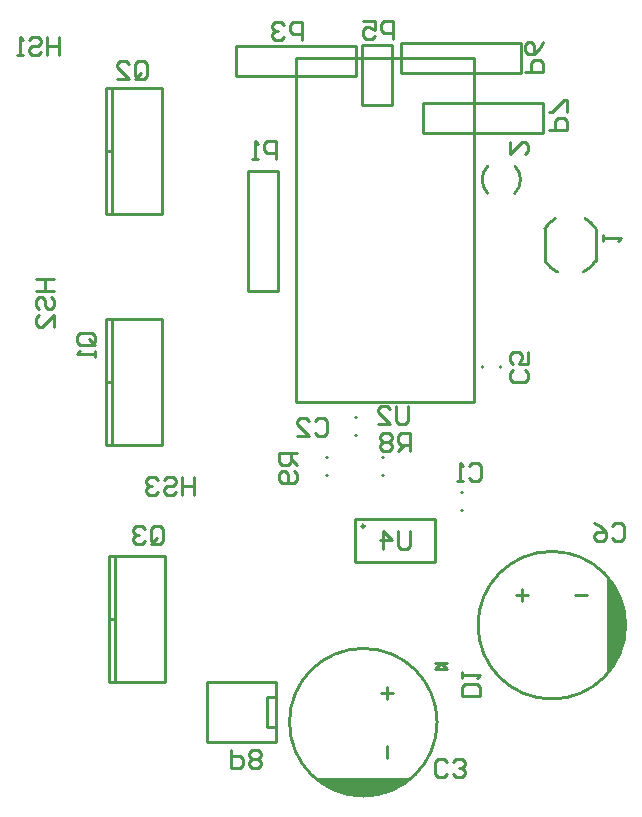
<source format=gbo>
G04 Layer_Color=32896*
%FSLAX44Y44*%
%MOMM*%
G71*
G01*
G75*
%ADD40C,0.2540*%
G36*
X865962Y479044D02*
X863092D01*
X858266Y474218D01*
X853440D01*
X850392Y471170D01*
X843026D01*
X840616Y468760D01*
X821052D01*
X818896Y470916D01*
X811022D01*
X807466Y474472D01*
X802640D01*
X798576Y478536D01*
X795706D01*
X790702Y483540D01*
X870458D01*
X865962Y479044D01*
D02*
G37*
G36*
X1042416Y648792D02*
Y645922D01*
X1047242Y641096D01*
Y636270D01*
X1050290Y633222D01*
Y625856D01*
X1052700Y623446D01*
Y603882D01*
X1050544Y601726D01*
Y593852D01*
X1046988Y590296D01*
Y585470D01*
X1042924Y581406D01*
Y578536D01*
X1037920Y573532D01*
Y653288D01*
X1042416Y648792D01*
D02*
G37*
D40*
X831596Y697230D02*
G03*
X831596Y697230I-1270J0D01*
G01*
X1027324Y949237D02*
G03*
X1018464Y957656I-21484J-13737D01*
G01*
X993216D02*
G03*
X984356Y949237I12624J-22156D01*
G01*
Y921763D02*
G03*
X994946Y912444I21484J13737D01*
G01*
X1016734D02*
G03*
X1027324Y921763I-10894J23056D01*
G01*
X935920Y1002100D02*
G03*
X935920Y979100I11500J-11500D01*
G01*
X958920D02*
G03*
X958920Y1002100I-11500J11500D01*
G01*
X893080Y531260D02*
G03*
X893080Y531260I-62500J0D01*
G01*
X1052700Y613410D02*
G03*
X1052700Y613410I-62500J0D01*
G01*
X748793Y552450D02*
X756413D01*
X748793Y527050D02*
Y552450D01*
Y527050D02*
X756413D01*
Y514350D02*
Y565150D01*
X697994D02*
X756413D01*
X697994Y514350D02*
Y565150D01*
Y514350D02*
X756413D01*
X930910Y831772D02*
Y832788D01*
X946150Y831772D02*
Y832788D01*
X615390Y564990D02*
X662390D01*
X615390Y671990D02*
X662390D01*
Y564990D02*
Y671990D01*
X615390Y564990D02*
Y671990D01*
X620390Y564990D02*
Y671990D01*
X615390Y618490D02*
X620390D01*
X982980Y1029970D02*
Y1055370D01*
X881380D02*
X982980D01*
X881380Y1029970D02*
X982980D01*
X881380D02*
Y1055370D01*
X891032Y666830D02*
Y703580D01*
X823976Y666830D02*
Y703580D01*
X891032D01*
X823976Y666830D02*
X891032D01*
X896620Y581660D02*
X901700Y576580D01*
X891540D02*
X901700D01*
X891540D02*
X896620Y581660D01*
X891540D02*
X901700D01*
X612850Y961230D02*
X659850D01*
X612850Y1068230D02*
X659850D01*
Y961230D02*
Y1068230D01*
X612850Y961230D02*
Y1068230D01*
X617850Y961230D02*
Y1068230D01*
X612850Y1014730D02*
X617850D01*
X612850Y765650D02*
X659850D01*
X612850Y872650D02*
X659850D01*
Y765650D02*
Y872650D01*
X612850Y765650D02*
Y872650D01*
X617850Y765650D02*
Y872650D01*
X612850Y819150D02*
X617850D01*
X1027324Y921763D02*
Y949237D01*
X984356Y921763D02*
Y949237D01*
X963930Y1080770D02*
Y1106170D01*
X862330D02*
X963930D01*
X862330Y1080770D02*
X963930D01*
X862330D02*
Y1106170D01*
X924560Y802640D02*
Y1093470D01*
X773430D02*
X924560D01*
X773430Y802640D02*
Y1093470D01*
Y802640D02*
X924560D01*
X732990Y896620D02*
X757990D01*
Y998220D01*
X732990D02*
X757990D01*
X732990Y896620D02*
Y998220D01*
X829310Y1104900D02*
X854710D01*
X829310Y1054100D02*
Y1104900D01*
Y1054100D02*
X854710D01*
Y1104900D01*
X846152Y755650D02*
X847168D01*
X846152Y740410D02*
X847168D01*
X799162Y755650D02*
X800178D01*
X799162Y740410D02*
X800178D01*
X913052Y726440D02*
X914068D01*
X913052Y711200D02*
X914068D01*
X790702Y483540D02*
X870458D01*
X845900Y556260D02*
X856060D01*
X850980Y551180D02*
Y561340D01*
Y501180D02*
Y511340D01*
X1010120Y638810D02*
X1020280D01*
X960120D02*
X970280D01*
X965200Y633730D02*
Y643890D01*
X1037920Y573532D02*
Y653288D01*
X722630Y1078230D02*
Y1103630D01*
Y1078230D02*
X824230D01*
X722630Y1103630D02*
X824230D01*
Y1078230D02*
Y1103630D01*
X823292Y774700D02*
X824308D01*
X823292Y789940D02*
X824308D01*
X967736Y829307D02*
X970275Y826768D01*
Y821689D01*
X967736Y819150D01*
X957579D01*
X955040Y821689D01*
Y826768D01*
X957579Y829307D01*
X970275Y844542D02*
Y834385D01*
X962657D01*
X965197Y839463D01*
Y842003D01*
X962657Y844542D01*
X957579D01*
X955040Y842003D01*
Y836924D01*
X957579Y834385D01*
X651005Y684783D02*
Y694940D01*
X653544Y697479D01*
X658623D01*
X661162Y694940D01*
Y684783D01*
X658623Y682244D01*
X653544D01*
X656084Y687322D02*
X651005Y682244D01*
X653544D02*
X651005Y684783D01*
X645927Y694940D02*
X643388Y697479D01*
X638309D01*
X635770Y694940D01*
Y692401D01*
X638309Y689862D01*
X640849D01*
X638309D01*
X635770Y687322D01*
Y684783D01*
X638309Y682244D01*
X643388D01*
X645927Y684783D01*
X687324Y738881D02*
Y723646D01*
Y731264D01*
X677167D01*
Y738881D01*
Y723646D01*
X661932Y736342D02*
X664471Y738881D01*
X669550D01*
X672089Y736342D01*
Y733803D01*
X669550Y731264D01*
X664471D01*
X661932Y728724D01*
Y726185D01*
X664471Y723646D01*
X669550D01*
X672089Y726185D01*
X656854Y736342D02*
X654315Y738881D01*
X649236D01*
X646697Y736342D01*
Y733803D01*
X649236Y731264D01*
X651776D01*
X649236D01*
X646697Y728724D01*
Y726185D01*
X649236Y723646D01*
X654315D01*
X656854Y726185D01*
X718820Y508000D02*
Y492765D01*
X726438D01*
X728977Y495304D01*
Y500382D01*
X726438Y502922D01*
X718820D01*
X734055Y495304D02*
X736594Y492765D01*
X741673D01*
X744212Y495304D01*
Y497843D01*
X741673Y500382D01*
X744212Y502922D01*
Y505461D01*
X741673Y508000D01*
X736594D01*
X734055Y505461D01*
Y502922D01*
X736594Y500382D01*
X734055Y497843D01*
Y495304D01*
X736594Y500382D02*
X741673D01*
X869950Y693415D02*
Y680719D01*
X867411Y678180D01*
X862333D01*
X859793Y680719D01*
Y693415D01*
X847097Y678180D02*
Y693415D01*
X854715Y685798D01*
X844558D01*
X868680Y798825D02*
Y786129D01*
X866141Y783590D01*
X861062D01*
X858523Y786129D01*
Y798825D01*
X843288Y783590D02*
X853445D01*
X843288Y793747D01*
Y796286D01*
X845827Y798825D01*
X850906D01*
X853445Y796286D01*
X774700Y759460D02*
X759465D01*
Y751842D01*
X762004Y749303D01*
X767083D01*
X769622Y751842D01*
Y759460D01*
Y754382D02*
X774700Y749303D01*
X772161Y744225D02*
X774700Y741686D01*
Y736607D01*
X772161Y734068D01*
X762004D01*
X759465Y736607D01*
Y741686D01*
X762004Y744225D01*
X764543D01*
X767083Y741686D01*
Y734068D01*
X869950Y760730D02*
Y775965D01*
X862333D01*
X859793Y773426D01*
Y768347D01*
X862333Y765808D01*
X869950D01*
X864872D02*
X859793Y760730D01*
X854715Y773426D02*
X852176Y775965D01*
X847097D01*
X844558Y773426D01*
Y770887D01*
X847097Y768347D01*
X844558Y765808D01*
Y763269D01*
X847097Y760730D01*
X852176D01*
X854715Y763269D01*
Y765808D01*
X852176Y768347D01*
X854715Y770887D01*
Y773426D01*
X852176Y768347D02*
X847097D01*
X637543Y1078132D02*
Y1088289D01*
X640082Y1090828D01*
X645161D01*
X647700Y1088289D01*
Y1078132D01*
X645161Y1075593D01*
X640082D01*
X642622Y1080672D02*
X637543Y1075593D01*
X640082D02*
X637543Y1078132D01*
X622308Y1075593D02*
X632465D01*
X622308Y1085750D01*
Y1088289D01*
X624847Y1090828D01*
X629926D01*
X632465Y1088289D01*
X600711Y850903D02*
X590554D01*
X588015Y853443D01*
Y858521D01*
X590554Y861060D01*
X600711D01*
X603250Y858521D01*
Y853443D01*
X598172Y855982D02*
X603250Y850903D01*
Y853443D02*
X600711Y850903D01*
X603250Y845825D02*
Y840747D01*
Y843286D01*
X588015D01*
X590554Y845825D01*
X988060Y1032510D02*
X1003295D01*
Y1040127D01*
X1000756Y1042667D01*
X995677D01*
X993138Y1040127D01*
Y1032510D01*
X1003295Y1047745D02*
Y1057902D01*
X1000756D01*
X990599Y1047745D01*
X988060D01*
X967740Y1082040D02*
X982975D01*
Y1089658D01*
X980436Y1092197D01*
X975358D01*
X972818Y1089658D01*
Y1082040D01*
X982975Y1107432D02*
X980436Y1102353D01*
X975358Y1097275D01*
X970279D01*
X967740Y1099814D01*
Y1104893D01*
X970279Y1107432D01*
X972818D01*
X975358Y1104893D01*
Y1097275D01*
X855980Y1109980D02*
Y1125215D01*
X848363D01*
X845823Y1122676D01*
Y1117598D01*
X848363Y1115058D01*
X855980D01*
X830588Y1125215D02*
X840745D01*
Y1117598D01*
X835667Y1120137D01*
X833127D01*
X830588Y1117598D01*
Y1112519D01*
X833127Y1109980D01*
X838206D01*
X840745Y1112519D01*
X778510Y1108710D02*
Y1123945D01*
X770892D01*
X768353Y1121406D01*
Y1116328D01*
X770892Y1113788D01*
X778510D01*
X763275Y1121406D02*
X760736Y1123945D01*
X755657D01*
X753118Y1121406D01*
Y1118867D01*
X755657Y1116328D01*
X758197D01*
X755657D01*
X753118Y1113788D01*
Y1111249D01*
X755657Y1108710D01*
X760736D01*
X763275Y1111249D01*
X756666Y1008380D02*
Y1023615D01*
X749048D01*
X746509Y1021076D01*
Y1015997D01*
X749048Y1013458D01*
X756666D01*
X741431Y1008380D02*
X736353D01*
X738892D01*
Y1023615D01*
X741431Y1021076D01*
X929635Y553720D02*
X914400D01*
Y561338D01*
X916939Y563877D01*
X927096D01*
X929635Y561338D01*
Y553720D01*
X914400Y568955D02*
Y574033D01*
Y571494D01*
X929635D01*
X927096Y568955D01*
X901697Y487684D02*
X899157Y485145D01*
X894079D01*
X891540Y487684D01*
Y497841D01*
X894079Y500380D01*
X899157D01*
X901697Y497841D01*
X906775Y487684D02*
X909314Y485145D01*
X914393D01*
X916932Y487684D01*
Y490223D01*
X914393Y492762D01*
X911853D01*
X914393D01*
X916932Y495302D01*
Y497841D01*
X914393Y500380D01*
X909314D01*
X906775Y497841D01*
X789943Y786126D02*
X792483Y788665D01*
X797561D01*
X800100Y786126D01*
Y775969D01*
X797561Y773430D01*
X792483D01*
X789943Y775969D01*
X774708Y773430D02*
X784865D01*
X774708Y783587D01*
Y786126D01*
X777247Y788665D01*
X782326D01*
X784865Y786126D01*
X919737Y748026D02*
X922277Y750565D01*
X927355D01*
X929894Y748026D01*
Y737869D01*
X927355Y735330D01*
X922277D01*
X919737Y737869D01*
X914659Y735330D02*
X909581D01*
X912120D01*
Y750565D01*
X914659Y748026D01*
X955040Y1022347D02*
Y1012190D01*
X965197Y1022347D01*
X967736D01*
X970275Y1019808D01*
Y1014729D01*
X967736Y1012190D01*
X1033780Y938530D02*
Y943608D01*
Y941069D01*
X1049015D01*
X1046476Y938530D01*
X572770Y1111245D02*
Y1096010D01*
Y1103627D01*
X562613D01*
Y1111245D01*
Y1096010D01*
X547378Y1108706D02*
X549917Y1111245D01*
X554996D01*
X557535Y1108706D01*
Y1106167D01*
X554996Y1103627D01*
X549917D01*
X547378Y1101088D01*
Y1098549D01*
X549917Y1096010D01*
X554996D01*
X557535Y1098549D01*
X542300Y1096010D02*
X537221D01*
X539761D01*
Y1111245D01*
X542300Y1108706D01*
X553725Y906780D02*
X568960D01*
X561343D01*
Y896623D01*
X553725D01*
X568960D01*
X556264Y881388D02*
X553725Y883927D01*
Y889006D01*
X556264Y891545D01*
X558803D01*
X561343Y889006D01*
Y883927D01*
X563882Y881388D01*
X566421D01*
X568960Y883927D01*
Y889006D01*
X566421Y891545D01*
X568960Y866153D02*
Y876310D01*
X558803Y866153D01*
X556264D01*
X553725Y868692D01*
Y873771D01*
X556264Y876310D01*
X1041149Y697480D02*
X1043689Y700019D01*
X1048767D01*
X1051306Y697480D01*
Y687323D01*
X1048767Y684784D01*
X1043689D01*
X1041149Y687323D01*
X1025914Y700019D02*
X1030993Y697480D01*
X1036071Y692402D01*
Y687323D01*
X1033532Y684784D01*
X1028453D01*
X1025914Y687323D01*
Y689862D01*
X1028453Y692402D01*
X1036071D01*
M02*

</source>
